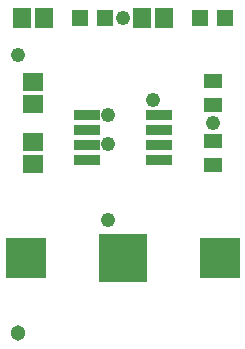
<source format=gts>
G75*
%MOIN*%
%OFA0B0*%
%FSLAX25Y25*%
%IPPOS*%
%LPD*%
%AMOC8*
5,1,8,0,0,1.08239X$1,22.5*
%
%ADD10C,0.05131*%
%ADD11R,0.16154X0.16154*%
%ADD12R,0.13398X0.13398*%
%ADD13R,0.06312X0.05131*%
%ADD14R,0.08800X0.03400*%
%ADD15R,0.05524X0.05524*%
%ADD16R,0.06706X0.05918*%
%ADD17R,0.05918X0.06706*%
%ADD18C,0.04800*%
%ADD19C,0.04762*%
D10*
X0016800Y0016800D03*
D11*
X0051800Y0041800D03*
D12*
X0084083Y0041800D03*
X0019517Y0041800D03*
D13*
X0081800Y0072863D03*
X0081800Y0080737D03*
X0081800Y0092863D03*
X0081800Y0100737D03*
D14*
X0063900Y0089300D03*
X0063900Y0084300D03*
X0063900Y0079300D03*
X0063900Y0074300D03*
X0039700Y0074300D03*
X0039700Y0079300D03*
X0039700Y0084300D03*
X0039700Y0089300D03*
D15*
X0037666Y0121800D03*
X0045934Y0121800D03*
X0077666Y0121800D03*
X0085934Y0121800D03*
D16*
X0021800Y0100540D03*
X0021800Y0093060D03*
X0021800Y0080540D03*
X0021800Y0073060D03*
D17*
X0018060Y0121800D03*
X0025540Y0121800D03*
X0058060Y0121800D03*
X0065540Y0121800D03*
D18*
X0051800Y0121800D03*
X0046800Y0079800D03*
D19*
X0046800Y0089300D03*
X0061800Y0094300D03*
X0081800Y0086800D03*
X0046800Y0054300D03*
X0016800Y0109300D03*
M02*

</source>
